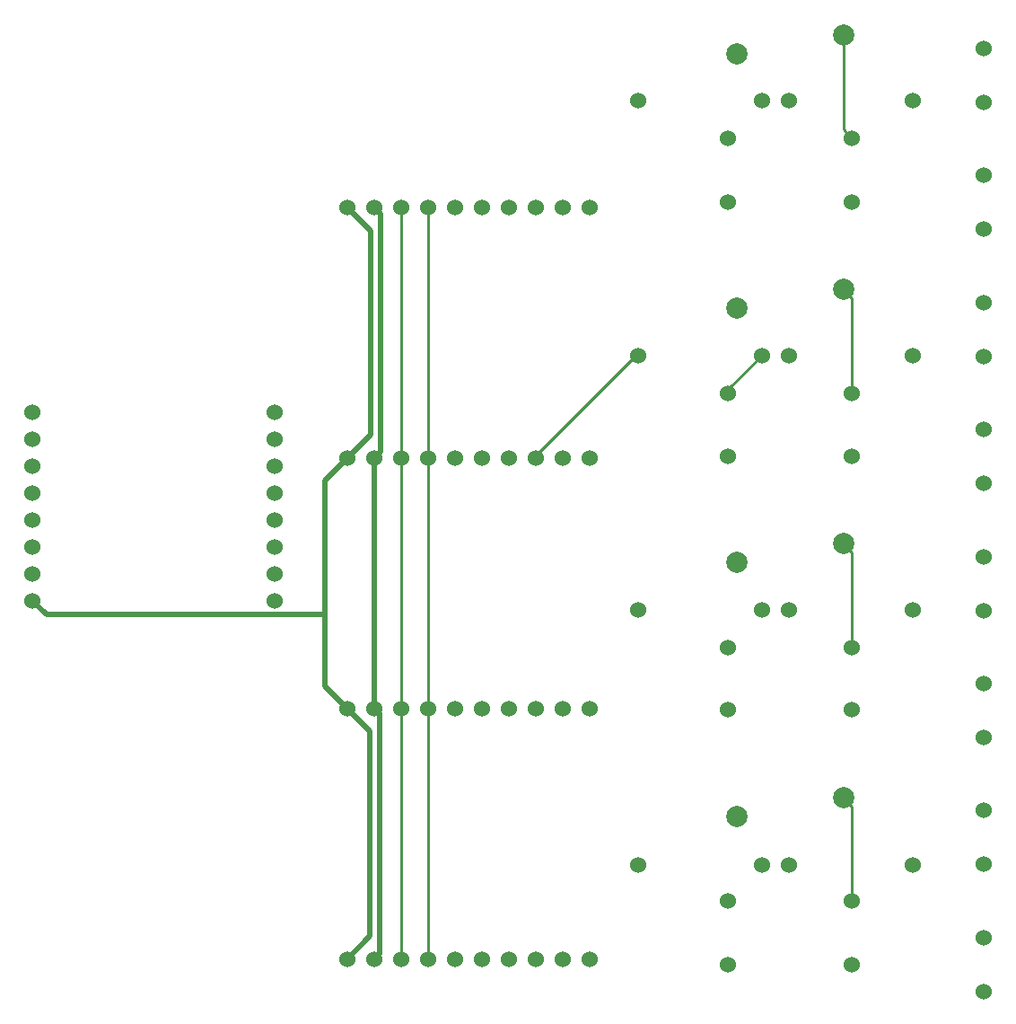
<source format=gbl>
G04 Layer: BottomLayer*
G04 EasyEDA v6.4.20.6, 2021-08-25T17:44:25--6:00*
G04 0b233f2fb4364318bc2c10b70738dc44,10*
G04 Gerber Generator version 0.2*
G04 Scale: 100 percent, Rotated: No, Reflected: No *
G04 Dimensions in millimeters *
G04 leading zeros omitted , absolute positions ,4 integer and 5 decimal *
%FSLAX45Y45*%
%MOMM*%

%ADD10C,0.2540*%
%ADD11C,0.5000*%
%ADD12C,1.5240*%
%ADD13C,2.0000*%

%LPD*%
D10*
X6731002Y10591805D02*
G01*
X6704688Y10591805D01*
X5765802Y9652919D01*
X5765802Y9626605D01*
X7899402Y10591805D02*
G01*
X7581902Y10274305D01*
X7581902Y10236205D01*
X4495802Y7264405D02*
G01*
X4495802Y9626605D01*
X4495802Y4902205D02*
G01*
X4495802Y7264405D01*
X4495802Y11988805D02*
G01*
X4495802Y9626605D01*
X4749802Y7264405D02*
G01*
X4749802Y9626605D01*
X4749802Y4902205D02*
G01*
X4749802Y7264405D01*
X4749802Y11988805D02*
G01*
X4749802Y9626605D01*
D11*
X4241802Y9626605D02*
G01*
X4241802Y7264405D01*
X4241802Y11988805D02*
G01*
X4303118Y11927489D01*
X4303118Y9687920D01*
X4241802Y9626605D01*
X4241802Y4902205D02*
G01*
X4288665Y4949068D01*
X4288665Y7217542D01*
X4241802Y7264405D01*
X3774112Y8147690D02*
G01*
X3774112Y9412914D01*
X3987802Y9626605D01*
X3987802Y7264405D02*
G01*
X3774112Y7478095D01*
X3774112Y8147690D01*
X3774112Y8147690D02*
G01*
X1148311Y8147690D01*
X1016002Y8279998D01*
X3987802Y4902205D02*
G01*
X4202864Y5117266D01*
X4202864Y7049343D01*
X3987802Y7264405D01*
X3987802Y11988805D02*
G01*
X4208503Y11768104D01*
X4208503Y9847305D01*
X3987802Y9626605D01*
D10*
X8666101Y11216543D02*
G01*
X8750302Y11132342D01*
X8750302Y10236205D01*
X8666101Y8821679D02*
G01*
X8750302Y8737478D01*
X8750302Y7835905D01*
X8666101Y6426814D02*
G01*
X8750302Y6342613D01*
X8750302Y5448305D01*
X8750302Y12636505D02*
G01*
X8666101Y12720706D01*
X8666101Y13611382D01*
D12*
G01*
X1016000Y8279993D03*
G01*
X1016000Y8533993D03*
G01*
X1016000Y8787993D03*
G01*
X1016000Y9041993D03*
G01*
X1016000Y9295993D03*
G01*
X1016000Y9549993D03*
G01*
X1016000Y9803993D03*
G01*
X1016000Y10057993D03*
G01*
X3302000Y8279993D03*
G01*
X3302000Y8533993D03*
G01*
X3302000Y8787993D03*
G01*
X3302000Y9041993D03*
G01*
X3302000Y9295993D03*
G01*
X3302000Y9549993D03*
G01*
X3302000Y9803993D03*
G01*
X3302000Y10057993D03*
G01*
X5003800Y9626600D03*
G01*
X4749800Y9626600D03*
G01*
X4495800Y9626600D03*
G01*
X4241800Y9626600D03*
G01*
X3987800Y9626600D03*
G01*
X5257800Y9626600D03*
G01*
X5511800Y9626600D03*
G01*
X5765800Y9626600D03*
G01*
X6273800Y9626600D03*
G01*
X6019800Y9626600D03*
G01*
X5003800Y7264400D03*
G01*
X4749800Y7264400D03*
G01*
X4495800Y7264400D03*
G01*
X4241800Y7264400D03*
G01*
X3987800Y7264400D03*
G01*
X5257800Y7264400D03*
G01*
X5511800Y7264400D03*
G01*
X5765800Y7264400D03*
G01*
X6273800Y7264400D03*
G01*
X6019800Y7264400D03*
G01*
X5003800Y4902200D03*
G01*
X4749800Y4902200D03*
G01*
X4495800Y4902200D03*
G01*
X4241800Y4902200D03*
G01*
X3987800Y4902200D03*
G01*
X5257800Y4902200D03*
G01*
X5511800Y4902200D03*
G01*
X5765800Y4902200D03*
G01*
X6273800Y4902200D03*
G01*
X6019800Y4902200D03*
G01*
X5003800Y11988800D03*
G01*
X4749800Y11988800D03*
G01*
X4495800Y11988800D03*
G01*
X4241800Y11988800D03*
G01*
X3987800Y11988800D03*
G01*
X5257800Y11988800D03*
G01*
X5511800Y11988800D03*
G01*
X5765800Y11988800D03*
G01*
X6273800Y11988800D03*
G01*
X6019800Y11988800D03*
G01*
X9994900Y10584535D03*
G01*
X9994900Y11092535D03*
G01*
X9994900Y9387103D03*
G01*
X9994900Y9895103D03*
G01*
X9994900Y8189696D03*
G01*
X9994900Y8697696D03*
G01*
X9994900Y6992264D03*
G01*
X9994900Y7500264D03*
G01*
X9994900Y5794832D03*
G01*
X9994900Y6302832D03*
G01*
X9994900Y4597044D03*
G01*
X9994900Y5105044D03*
G01*
X8750300Y10236200D03*
G01*
X7581900Y10236200D03*
G01*
X9321800Y10591800D03*
G01*
X8153400Y10591800D03*
G01*
X7581900Y12036044D03*
G01*
X8750300Y12036044D03*
G01*
X7899400Y10591800D03*
G01*
X6731000Y10591800D03*
D13*
G01*
X7666100Y11036554D03*
G01*
X8666099Y11216538D03*
D12*
G01*
X7581900Y9641103D03*
G01*
X8750300Y9641103D03*
G01*
X8750300Y7835900D03*
G01*
X7581900Y7835900D03*
G01*
X9321800Y8191500D03*
G01*
X8153400Y8191500D03*
G01*
X6731000Y8191500D03*
G01*
X7899400Y8191500D03*
D13*
G01*
X7666100Y13431418D03*
G01*
X8666099Y13611402D03*
D12*
G01*
X6731000Y12992100D03*
G01*
X7899400Y12992100D03*
D13*
G01*
X7666100Y8641689D03*
G01*
X8666099Y8821674D03*
D12*
G01*
X9321800Y12992100D03*
G01*
X8153400Y12992100D03*
G01*
X8750300Y12636500D03*
G01*
X7581900Y12636500D03*
G01*
X7581900Y7251700D03*
G01*
X8750300Y7251700D03*
G01*
X8750300Y5448300D03*
G01*
X7581900Y5448300D03*
G01*
X9321800Y5791200D03*
G01*
X8153400Y5791200D03*
G01*
X6731000Y5791200D03*
G01*
X7899400Y5791200D03*
D13*
G01*
X7666100Y6246825D03*
G01*
X8666099Y6426809D03*
D12*
G01*
X7581900Y4851044D03*
G01*
X8750300Y4851044D03*
G01*
X9994900Y12979400D03*
G01*
X9994900Y13487400D03*
G01*
X9994900Y11782044D03*
G01*
X9994900Y12290044D03*
M02*

</source>
